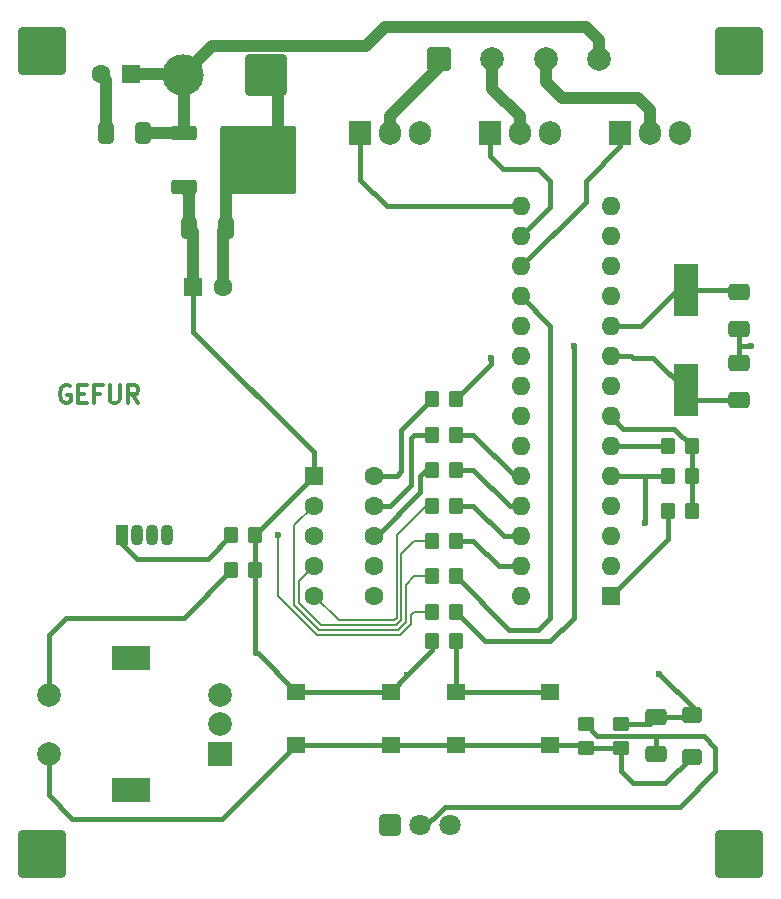
<source format=gbr>
%TF.GenerationSoftware,KiCad,Pcbnew,8.0.6*%
%TF.CreationDate,2025-02-24T13:58:07+01:00*%
%TF.ProjectId,DLA OCBEGO,444c4120-4f43-4424-9547-4f2e6b696361,rev?*%
%TF.SameCoordinates,Original*%
%TF.FileFunction,Copper,L1,Top*%
%TF.FilePolarity,Positive*%
%FSLAX46Y46*%
G04 Gerber Fmt 4.6, Leading zero omitted, Abs format (unit mm)*
G04 Created by KiCad (PCBNEW 8.0.6) date 2025-02-24 13:58:07*
%MOMM*%
%LPD*%
G01*
G04 APERTURE LIST*
G04 Aperture macros list*
%AMRoundRect*
0 Rectangle with rounded corners*
0 $1 Rounding radius*
0 $2 $3 $4 $5 $6 $7 $8 $9 X,Y pos of 4 corners*
0 Add a 4 corners polygon primitive as box body*
4,1,4,$2,$3,$4,$5,$6,$7,$8,$9,$2,$3,0*
0 Add four circle primitives for the rounded corners*
1,1,$1+$1,$2,$3*
1,1,$1+$1,$4,$5*
1,1,$1+$1,$6,$7*
1,1,$1+$1,$8,$9*
0 Add four rect primitives between the rounded corners*
20,1,$1+$1,$2,$3,$4,$5,0*
20,1,$1+$1,$4,$5,$6,$7,0*
20,1,$1+$1,$6,$7,$8,$9,0*
20,1,$1+$1,$8,$9,$2,$3,0*%
G04 Aperture macros list end*
%ADD10C,0.300000*%
%TA.AperFunction,NonConductor*%
%ADD11C,0.300000*%
%TD*%
%TA.AperFunction,ComponentPad*%
%ADD12RoundRect,0.250000X-1.750000X-1.750000X1.750000X-1.750000X1.750000X1.750000X-1.750000X1.750000X0*%
%TD*%
%TA.AperFunction,SMDPad,CuDef*%
%ADD13RoundRect,0.250000X-0.350000X-0.450000X0.350000X-0.450000X0.350000X0.450000X-0.350000X0.450000X0*%
%TD*%
%TA.AperFunction,ComponentPad*%
%ADD14R,1.905000X2.000000*%
%TD*%
%TA.AperFunction,ComponentPad*%
%ADD15O,1.905000X2.000000*%
%TD*%
%TA.AperFunction,ComponentPad*%
%ADD16R,2.000000X2.000000*%
%TD*%
%TA.AperFunction,ComponentPad*%
%ADD17C,2.000000*%
%TD*%
%TA.AperFunction,ComponentPad*%
%ADD18R,3.200000X2.000000*%
%TD*%
%TA.AperFunction,SMDPad,CuDef*%
%ADD19R,2.000000X4.500000*%
%TD*%
%TA.AperFunction,SMDPad,CuDef*%
%ADD20R,1.600000X1.400000*%
%TD*%
%TA.AperFunction,ComponentPad*%
%ADD21RoundRect,0.250000X-0.750000X-0.750000X0.750000X-0.750000X0.750000X0.750000X-0.750000X0.750000X0*%
%TD*%
%TA.AperFunction,SMDPad,CuDef*%
%ADD22RoundRect,0.250000X0.450000X-0.350000X0.450000X0.350000X-0.450000X0.350000X-0.450000X-0.350000X0*%
%TD*%
%TA.AperFunction,SMDPad,CuDef*%
%ADD23RoundRect,0.250000X0.350000X0.450000X-0.350000X0.450000X-0.350000X-0.450000X0.350000X-0.450000X0*%
%TD*%
%TA.AperFunction,ComponentPad*%
%ADD24R,1.600000X1.600000*%
%TD*%
%TA.AperFunction,ComponentPad*%
%ADD25C,1.600000*%
%TD*%
%TA.AperFunction,SMDPad,CuDef*%
%ADD26RoundRect,0.250000X-0.650000X0.412500X-0.650000X-0.412500X0.650000X-0.412500X0.650000X0.412500X0*%
%TD*%
%TA.AperFunction,ComponentPad*%
%ADD27O,1.600000X1.600000*%
%TD*%
%TA.AperFunction,SMDPad,CuDef*%
%ADD28RoundRect,0.250000X0.412500X0.650000X-0.412500X0.650000X-0.412500X-0.650000X0.412500X-0.650000X0*%
%TD*%
%TA.AperFunction,SMDPad,CuDef*%
%ADD29RoundRect,0.250000X-0.850000X-0.350000X0.850000X-0.350000X0.850000X0.350000X-0.850000X0.350000X0*%
%TD*%
%TA.AperFunction,SMDPad,CuDef*%
%ADD30RoundRect,0.250000X-1.275000X-1.125000X1.275000X-1.125000X1.275000X1.125000X-1.275000X1.125000X0*%
%TD*%
%TA.AperFunction,SMDPad,CuDef*%
%ADD31RoundRect,0.249997X-2.950003X-2.650003X2.950003X-2.650003X2.950003X2.650003X-2.950003X2.650003X0*%
%TD*%
%TA.AperFunction,SMDPad,CuDef*%
%ADD32RoundRect,0.250000X0.650000X-0.412500X0.650000X0.412500X-0.650000X0.412500X-0.650000X-0.412500X0*%
%TD*%
%TA.AperFunction,ComponentPad*%
%ADD33RoundRect,0.250200X-0.649800X-0.649800X0.649800X-0.649800X0.649800X0.649800X-0.649800X0.649800X0*%
%TD*%
%TA.AperFunction,ComponentPad*%
%ADD34C,1.800000*%
%TD*%
%TA.AperFunction,ComponentPad*%
%ADD35RoundRect,0.250002X1.499998X1.499998X-1.499998X1.499998X-1.499998X-1.499998X1.499998X-1.499998X0*%
%TD*%
%TA.AperFunction,ComponentPad*%
%ADD36C,3.500000*%
%TD*%
%TA.AperFunction,SMDPad,CuDef*%
%ADD37RoundRect,0.250000X-0.412500X-0.650000X0.412500X-0.650000X0.412500X0.650000X-0.412500X0.650000X0*%
%TD*%
%TA.AperFunction,SMDPad,CuDef*%
%ADD38RoundRect,0.250000X-0.600000X0.400000X-0.600000X-0.400000X0.600000X-0.400000X0.600000X0.400000X0*%
%TD*%
%TA.AperFunction,ComponentPad*%
%ADD39R,1.070000X1.800000*%
%TD*%
%TA.AperFunction,ComponentPad*%
%ADD40O,1.070000X1.800000*%
%TD*%
%TA.AperFunction,ViaPad*%
%ADD41C,0.600000*%
%TD*%
%TA.AperFunction,Conductor*%
%ADD42C,1.000000*%
%TD*%
%TA.AperFunction,Conductor*%
%ADD43C,0.400000*%
%TD*%
%TA.AperFunction,Conductor*%
%ADD44C,0.200000*%
%TD*%
G04 APERTURE END LIST*
D10*
D11*
X78340225Y-93372257D02*
X78197368Y-93300828D01*
X78197368Y-93300828D02*
X77983082Y-93300828D01*
X77983082Y-93300828D02*
X77768796Y-93372257D01*
X77768796Y-93372257D02*
X77625939Y-93515114D01*
X77625939Y-93515114D02*
X77554510Y-93657971D01*
X77554510Y-93657971D02*
X77483082Y-93943685D01*
X77483082Y-93943685D02*
X77483082Y-94157971D01*
X77483082Y-94157971D02*
X77554510Y-94443685D01*
X77554510Y-94443685D02*
X77625939Y-94586542D01*
X77625939Y-94586542D02*
X77768796Y-94729400D01*
X77768796Y-94729400D02*
X77983082Y-94800828D01*
X77983082Y-94800828D02*
X78125939Y-94800828D01*
X78125939Y-94800828D02*
X78340225Y-94729400D01*
X78340225Y-94729400D02*
X78411653Y-94657971D01*
X78411653Y-94657971D02*
X78411653Y-94157971D01*
X78411653Y-94157971D02*
X78125939Y-94157971D01*
X79054510Y-94015114D02*
X79554510Y-94015114D01*
X79768796Y-94800828D02*
X79054510Y-94800828D01*
X79054510Y-94800828D02*
X79054510Y-93300828D01*
X79054510Y-93300828D02*
X79768796Y-93300828D01*
X80911653Y-94015114D02*
X80411653Y-94015114D01*
X80411653Y-94800828D02*
X80411653Y-93300828D01*
X80411653Y-93300828D02*
X81125939Y-93300828D01*
X81697367Y-93300828D02*
X81697367Y-94515114D01*
X81697367Y-94515114D02*
X81768796Y-94657971D01*
X81768796Y-94657971D02*
X81840225Y-94729400D01*
X81840225Y-94729400D02*
X81983082Y-94800828D01*
X81983082Y-94800828D02*
X82268796Y-94800828D01*
X82268796Y-94800828D02*
X82411653Y-94729400D01*
X82411653Y-94729400D02*
X82483082Y-94657971D01*
X82483082Y-94657971D02*
X82554510Y-94515114D01*
X82554510Y-94515114D02*
X82554510Y-93300828D01*
X84125939Y-94800828D02*
X83625939Y-94086542D01*
X83268796Y-94800828D02*
X83268796Y-93300828D01*
X83268796Y-93300828D02*
X83840225Y-93300828D01*
X83840225Y-93300828D02*
X83983082Y-93372257D01*
X83983082Y-93372257D02*
X84054511Y-93443685D01*
X84054511Y-93443685D02*
X84125939Y-93586542D01*
X84125939Y-93586542D02*
X84125939Y-93800828D01*
X84125939Y-93800828D02*
X84054511Y-93943685D01*
X84054511Y-93943685D02*
X83983082Y-94015114D01*
X83983082Y-94015114D02*
X83840225Y-94086542D01*
X83840225Y-94086542D02*
X83268796Y-94086542D01*
D12*
%TO.P,J6,1,Pin_1*%
%TO.N,GND*%
X135000000Y-133000000D03*
%TD*%
%TO.P,J5,1,Pin_1*%
%TO.N,GND*%
X76000000Y-133000000D03*
%TD*%
%TO.P,J4,1,Pin_1*%
%TO.N,GND*%
X135000000Y-65000000D03*
%TD*%
%TO.P,J3,1,Pin_1*%
%TO.N,GND*%
X76000000Y-65000000D03*
%TD*%
D13*
%TO.P,R7,1*%
%TO.N,Net-(U4-C)*%
X109000000Y-100500000D03*
%TO.P,R7,2*%
%TO.N,Net-(U2-PC2)*%
X111000000Y-100500000D03*
%TD*%
D14*
%TO.P,Q1,1,G*%
%TO.N,Net-(Q1-G)*%
X102920000Y-72000000D03*
D15*
%TO.P,Q1,2,D*%
%TO.N,Net-(J2-Pin_1)*%
X105460000Y-72000000D03*
%TO.P,Q1,3,S*%
%TO.N,GND*%
X108000000Y-72000000D03*
%TD*%
D16*
%TO.P,SW1,A,A*%
%TO.N,Net-(U2-PD3)*%
X91030977Y-124500000D03*
D17*
%TO.P,SW1,B,B*%
%TO.N,Net-(U2-PD4)*%
X91030977Y-119500000D03*
%TO.P,SW1,C,C*%
%TO.N,GND*%
X91030977Y-122000000D03*
D18*
%TO.P,SW1,MP,MP*%
X83530977Y-127600000D03*
X83530977Y-116400000D03*
D17*
%TO.P,SW1,S1,S1*%
%TO.N,Net-(R1-Pad2)*%
X76530977Y-119500000D03*
%TO.P,SW1,S2,S2*%
%TO.N,Net-(D2-A)*%
X76530977Y-124500000D03*
%TD*%
D19*
%TO.P,Y1,1,1*%
%TO.N,Net-(U2-XTAL2{slash}PB7)*%
X130500000Y-85250000D03*
%TO.P,Y1,2,2*%
%TO.N,Net-(U2-XTAL1{slash}PB6)*%
X130500000Y-93750000D03*
%TD*%
D20*
%TO.P,SW3,1,1*%
%TO.N,Net-(R4-Pad2)*%
X111000000Y-119250000D03*
X119000000Y-119250000D03*
%TO.P,SW3,2,2*%
%TO.N,Net-(D2-A)*%
X111000000Y-123750000D03*
X119000000Y-123750000D03*
%TD*%
D21*
%TO.P,J2,1,Pin_1*%
%TO.N,Net-(J2-Pin_1)*%
X109620761Y-65681049D03*
D17*
%TO.P,J2,2,Pin_2*%
%TO.N,Net-(J2-Pin_2)*%
X114120761Y-65681049D03*
%TO.P,J2,3,Pin_3*%
%TO.N,Net-(J2-Pin_3)*%
X118620761Y-65681049D03*
%TO.P,J2,4,Pin_4*%
%TO.N,+12V*%
X123120761Y-65681049D03*
%TD*%
D13*
%TO.P,R10,1*%
%TO.N,Net-(U4-F)*%
X109000000Y-109500000D03*
%TO.P,R10,2*%
%TO.N,Net-(U2-PB4)*%
X111000000Y-109500000D03*
%TD*%
D22*
%TO.P,R13,1*%
%TO.N,Net-(D2-A)*%
X125000000Y-124000000D03*
%TO.P,R13,2*%
%TO.N,Net-(D2-K)*%
X125000000Y-122000000D03*
%TD*%
D23*
%TO.P,R18,1*%
%TO.N,+5V*%
X131000000Y-101000000D03*
%TO.P,R18,2*%
%TO.N,Net-(U2-PD3)*%
X129000000Y-101000000D03*
%TD*%
D22*
%TO.P,R2,1*%
%TO.N,Net-(D2-A)*%
X122000000Y-124000000D03*
%TO.P,R2,2*%
%TO.N,GND*%
X122000000Y-122000000D03*
%TD*%
D24*
%TO.P,C7,1*%
%TO.N,+5V*%
X88794888Y-85000000D03*
D25*
%TO.P,C7,2*%
%TO.N,GND*%
X91294888Y-85000000D03*
%TD*%
D26*
%TO.P,C6,1*%
%TO.N,Net-(D2-K)*%
X128000000Y-121437500D03*
%TO.P,C6,2*%
%TO.N,GND*%
X128000000Y-124562500D03*
%TD*%
D13*
%TO.P,R8,1*%
%TO.N,Net-(U4-D)*%
X109000000Y-103500000D03*
%TO.P,R8,2*%
%TO.N,Net-(U2-PC3)*%
X111000000Y-103500000D03*
%TD*%
D24*
%TO.P,U2,1,~{RESET}/PC6*%
%TO.N,Net-(U2-~{RESET}{slash}PC6)*%
X124120000Y-111200000D03*
D27*
%TO.P,U2,2,PD0*%
%TO.N,unconnected-(U2-PD0-Pad2)*%
X124120000Y-108660000D03*
%TO.P,U2,3,PD1*%
%TO.N,unconnected-(U2-PD1-Pad3)*%
X124120000Y-106120000D03*
%TO.P,U2,4,PD2*%
%TO.N,unconnected-(U2-PD2-Pad4)*%
X124120000Y-103580000D03*
%TO.P,U2,5,PD3*%
%TO.N,Net-(U2-PD3)*%
X124120000Y-101040000D03*
%TO.P,U2,6,PD4*%
%TO.N,Net-(U2-PD4)*%
X124120000Y-98500000D03*
%TO.P,U2,7,VCC*%
%TO.N,+5V*%
X124120000Y-95960000D03*
%TO.P,U2,8,GND*%
%TO.N,GND*%
X124120000Y-93420000D03*
%TO.P,U2,9,XTAL1/PB6*%
%TO.N,Net-(U2-XTAL1{slash}PB6)*%
X124120000Y-90880000D03*
%TO.P,U2,10,XTAL2/PB7*%
%TO.N,Net-(U2-XTAL2{slash}PB7)*%
X124120000Y-88340000D03*
%TO.P,U2,11,PD5*%
%TO.N,Net-(D1-RK)*%
X124120000Y-85800000D03*
%TO.P,U2,12,PD6*%
%TO.N,Net-(D1-GK)*%
X124120000Y-83260000D03*
%TO.P,U2,13,PD7*%
%TO.N,Net-(D1-BK)*%
X124120000Y-80720000D03*
%TO.P,U2,14,PB0*%
%TO.N,Net-(U2-PB0)*%
X124120000Y-78180000D03*
%TO.P,U2,15,PB1*%
%TO.N,Net-(Q1-G)*%
X116500000Y-78180000D03*
%TO.P,U2,16,PB2*%
%TO.N,Net-(Q2-G)*%
X116500000Y-80720000D03*
%TO.P,U2,17,PB3*%
%TO.N,Net-(Q3-G)*%
X116500000Y-83260000D03*
%TO.P,U2,18,PB4*%
%TO.N,Net-(U2-PB4)*%
X116500000Y-85800000D03*
%TO.P,U2,19,PB5*%
%TO.N,Net-(U2-PB5)*%
X116500000Y-88340000D03*
%TO.P,U2,20,AVCC*%
%TO.N,+5V*%
X116500000Y-90880000D03*
%TO.P,U2,21,AREF*%
X116500000Y-93420000D03*
%TO.P,U2,22,GND*%
%TO.N,GND*%
X116500000Y-95960000D03*
%TO.P,U2,23,PC0*%
%TO.N,Net-(D2-K)*%
X116500000Y-98500000D03*
%TO.P,U2,24,PC1*%
%TO.N,Net-(U2-PC1)*%
X116500000Y-101040000D03*
%TO.P,U2,25,PC2*%
%TO.N,Net-(U2-PC2)*%
X116500000Y-103580000D03*
%TO.P,U2,26,PC3*%
%TO.N,Net-(U2-PC3)*%
X116500000Y-106120000D03*
%TO.P,U2,27,PC4*%
%TO.N,Net-(U2-PC4)*%
X116500000Y-108660000D03*
%TO.P,U2,28,PC5*%
%TO.N,Net-(U2-PC5)*%
X116500000Y-111200000D03*
%TD*%
D23*
%TO.P,R1,1*%
%TO.N,+5V*%
X94000000Y-109000000D03*
%TO.P,R1,2*%
%TO.N,Net-(R1-Pad2)*%
X92000000Y-109000000D03*
%TD*%
D14*
%TO.P,Q3,1,G*%
%TO.N,Net-(Q3-G)*%
X124920000Y-72000000D03*
D15*
%TO.P,Q3,2,D*%
%TO.N,Net-(J2-Pin_3)*%
X127460000Y-72000000D03*
%TO.P,Q3,3,S*%
%TO.N,GND*%
X130000000Y-72000000D03*
%TD*%
D13*
%TO.P,R12,1*%
%TO.N,Net-(D1-A)*%
X92000000Y-106000000D03*
%TO.P,R12,2*%
%TO.N,+5V*%
X94000000Y-106000000D03*
%TD*%
%TO.P,R11,1*%
%TO.N,Net-(U4-G)*%
X109000000Y-112500000D03*
%TO.P,R11,2*%
%TO.N,Net-(U2-PB5)*%
X111000000Y-112500000D03*
%TD*%
D28*
%TO.P,C1,1*%
%TO.N,+12V*%
X84562500Y-72000000D03*
%TO.P,C1,2*%
%TO.N,GND*%
X81437500Y-72000000D03*
%TD*%
D13*
%TO.P,R6,1*%
%TO.N,Net-(U4-B)*%
X109000000Y-97500000D03*
%TO.P,R6,2*%
%TO.N,Net-(U2-PC1)*%
X111000000Y-97500000D03*
%TD*%
%TO.P,R4,1*%
%TO.N,+5V*%
X109000000Y-115000000D03*
%TO.P,R4,2*%
%TO.N,Net-(R4-Pad2)*%
X111000000Y-115000000D03*
%TD*%
D29*
%TO.P,U1,1,VI*%
%TO.N,+12V*%
X88000000Y-72000000D03*
D30*
%TO.P,U1,2,GND*%
%TO.N,GND*%
X92625000Y-72755000D03*
X92625000Y-75805000D03*
D31*
X94300000Y-74280000D03*
D30*
X95975000Y-72755000D03*
X95975000Y-75805000D03*
D29*
%TO.P,U1,3,VO*%
%TO.N,+5V*%
X88000000Y-76560000D03*
%TD*%
D13*
%TO.P,R9,1*%
%TO.N,Net-(U4-E)*%
X109000000Y-106500000D03*
%TO.P,R9,2*%
%TO.N,Net-(U2-PC4)*%
X111000000Y-106500000D03*
%TD*%
D24*
%TO.P,C3,1*%
%TO.N,+12V*%
X83500000Y-67000000D03*
D25*
%TO.P,C3,2*%
%TO.N,GND*%
X81000000Y-67000000D03*
%TD*%
D32*
%TO.P,C5,1*%
%TO.N,GND*%
X135000000Y-88562500D03*
%TO.P,C5,2*%
%TO.N,Net-(U2-XTAL2{slash}PB7)*%
X135000000Y-85437500D03*
%TD*%
D33*
%TO.P,U5,1,OUT*%
%TO.N,Net-(U2-PC5)*%
X105460000Y-130575000D03*
D34*
%TO.P,U5,2,GND*%
%TO.N,GND*%
X108000000Y-130575000D03*
%TO.P,U5,3,Vs*%
%TO.N,+5V*%
X110540000Y-130575000D03*
%TD*%
D13*
%TO.P,R17,1*%
%TO.N,Net-(U2-PD4)*%
X129000000Y-98471556D03*
%TO.P,R17,2*%
%TO.N,+5V*%
X131000000Y-98471556D03*
%TD*%
D35*
%TO.P,J1,1,Pin_1*%
%TO.N,GND*%
X94960000Y-67055000D03*
D36*
%TO.P,J1,2,Pin_2*%
%TO.N,+12V*%
X87960000Y-67055000D03*
%TD*%
D37*
%TO.P,C2,1*%
%TO.N,+5V*%
X88437500Y-80000000D03*
%TO.P,C2,2*%
%TO.N,GND*%
X91562500Y-80000000D03*
%TD*%
D32*
%TO.P,C4,1*%
%TO.N,Net-(U2-XTAL1{slash}PB6)*%
X135000000Y-94562500D03*
%TO.P,C4,2*%
%TO.N,GND*%
X135000000Y-91437500D03*
%TD*%
D13*
%TO.P,R5,1*%
%TO.N,Net-(U4-A)*%
X109000000Y-94500000D03*
%TO.P,R5,2*%
%TO.N,Net-(U2-PB0)*%
X111000000Y-94500000D03*
%TD*%
D23*
%TO.P,R3,1*%
%TO.N,+5V*%
X131000000Y-104000000D03*
%TO.P,R3,2*%
%TO.N,Net-(U2-~{RESET}{slash}PC6)*%
X129000000Y-104000000D03*
%TD*%
D24*
%TO.P,U4,1,CA*%
%TO.N,+5V*%
X99000000Y-100982500D03*
D25*
%TO.P,U4,2,F*%
%TO.N,Net-(U4-F)*%
X99000000Y-103522500D03*
%TO.P,U4,3,G*%
%TO.N,Net-(U4-G)*%
X99000000Y-106062500D03*
%TO.P,U4,4,E*%
%TO.N,Net-(U4-E)*%
X99000000Y-108602500D03*
%TO.P,U4,5,D*%
%TO.N,Net-(U4-D)*%
X99000000Y-111142500D03*
%TO.P,U4,6,CA*%
%TO.N,+5V*%
X104080000Y-111142500D03*
%TO.P,U4,7,DP*%
%TO.N,GND*%
X104080000Y-108602500D03*
%TO.P,U4,8,C*%
%TO.N,Net-(U4-C)*%
X104080000Y-106062500D03*
%TO.P,U4,9,B*%
%TO.N,Net-(U4-B)*%
X104080000Y-103522500D03*
%TO.P,U4,10,A*%
%TO.N,Net-(U4-A)*%
X104080000Y-100982500D03*
%TD*%
D38*
%TO.P,D2,1,K*%
%TO.N,Net-(D2-K)*%
X131000000Y-121250000D03*
%TO.P,D2,2,A*%
%TO.N,Net-(D2-A)*%
X131000000Y-124750000D03*
%TD*%
D39*
%TO.P,D1,1,A*%
%TO.N,Net-(D1-A)*%
X82730000Y-106000000D03*
D40*
%TO.P,D1,2,RK*%
%TO.N,Net-(D1-RK)*%
X84000000Y-106000000D03*
%TO.P,D1,3,GK*%
%TO.N,Net-(D1-GK)*%
X85270000Y-106000000D03*
%TO.P,D1,4,BK*%
%TO.N,Net-(D1-BK)*%
X86540000Y-106000000D03*
%TD*%
D20*
%TO.P,SW2,1,1*%
%TO.N,+5V*%
X97500000Y-119250000D03*
X105500000Y-119250000D03*
%TO.P,SW2,2,2*%
%TO.N,Net-(D2-A)*%
X97500000Y-123750000D03*
X105500000Y-123750000D03*
%TD*%
D14*
%TO.P,Q2,1,G*%
%TO.N,Net-(Q2-G)*%
X113920000Y-72000000D03*
D15*
%TO.P,Q2,2,D*%
%TO.N,Net-(J2-Pin_2)*%
X116460000Y-72000000D03*
%TO.P,Q2,3,S*%
%TO.N,GND*%
X119000000Y-72000000D03*
%TD*%
D41*
%TO.N,GND*%
X136000000Y-90000000D03*
%TO.N,+5V*%
X106875000Y-117875000D03*
%TO.N,Net-(D2-K)*%
X128260000Y-117740000D03*
%TO.N,Net-(U2-PB0)*%
X114000000Y-91000000D03*
%TO.N,Net-(U2-PB5)*%
X121000000Y-90000000D03*
%TO.N,Net-(U4-G)*%
X96000000Y-106000000D03*
%TO.N,Net-(U2-PD3)*%
X127000000Y-105000000D03*
%TD*%
D42*
%TO.N,GND*%
X91562500Y-80000000D02*
X91562500Y-76867500D01*
X95975000Y-72755000D02*
X95975000Y-68070000D01*
D43*
X130000000Y-129000000D02*
X110075000Y-129000000D01*
X122000000Y-122000000D02*
X123000000Y-123000000D01*
X135000000Y-90000000D02*
X136000000Y-90000000D01*
D42*
X91294888Y-85000000D02*
X91294888Y-80267612D01*
D43*
X133000000Y-124000000D02*
X133000000Y-126000000D01*
D42*
X91294888Y-80267612D02*
X91562500Y-80000000D01*
D43*
X128000000Y-123000000D02*
X132000000Y-123000000D01*
X132000000Y-123000000D02*
X133000000Y-124000000D01*
D42*
X81437500Y-72000000D02*
X81437500Y-67437500D01*
X92625000Y-72755000D02*
X95975000Y-72755000D01*
D43*
X135000000Y-91437500D02*
X135000000Y-90000000D01*
D42*
X92625000Y-75805000D02*
X95975000Y-75805000D01*
D43*
X128000000Y-124562500D02*
X128000000Y-123000000D01*
D42*
X91562500Y-76867500D02*
X92625000Y-75805000D01*
D43*
X133000000Y-126000000D02*
X130000000Y-129000000D01*
X110075000Y-129000000D02*
X108000000Y-131075000D01*
D42*
X81437500Y-67437500D02*
X81000000Y-67000000D01*
X95975000Y-75805000D02*
X95975000Y-72755000D01*
D43*
X123000000Y-123000000D02*
X128000000Y-123000000D01*
X135000000Y-90000000D02*
X135000000Y-88562500D01*
D42*
X95975000Y-68070000D02*
X94960000Y-67055000D01*
X92625000Y-72755000D02*
X92625000Y-75805000D01*
%TO.N,+12V*%
X87960000Y-67055000D02*
X90410000Y-64605000D01*
X83500000Y-67000000D02*
X87905000Y-67000000D01*
X84562500Y-72000000D02*
X88000000Y-72000000D01*
X105000000Y-63000000D02*
X122000000Y-63000000D01*
X122000000Y-63000000D02*
X123120761Y-64120761D01*
X87905000Y-67000000D02*
X87960000Y-67055000D01*
X88000000Y-67095000D02*
X87960000Y-67055000D01*
X103395000Y-64605000D02*
X105000000Y-63000000D01*
X123120761Y-64120761D02*
X123120761Y-65681049D01*
X88000000Y-72000000D02*
X88000000Y-67095000D01*
X90410000Y-64605000D02*
X103395000Y-64605000D01*
%TO.N,+5V*%
X88437500Y-76997500D02*
X88000000Y-76560000D01*
D43*
X105500000Y-119250000D02*
X106875000Y-117875000D01*
X88794888Y-88794888D02*
X99000000Y-99000000D01*
X94000000Y-106000000D02*
X94000000Y-109000000D01*
D42*
X88794888Y-85000000D02*
X88794888Y-80357388D01*
D43*
X88794888Y-85000000D02*
X88794888Y-88794888D01*
D42*
X88794888Y-80357388D02*
X88437500Y-80000000D01*
D43*
X131000000Y-101000000D02*
X131000000Y-104000000D01*
X131000000Y-98471556D02*
X131000000Y-101000000D01*
X97500000Y-119250000D02*
X94250000Y-116000000D01*
X94000000Y-116000000D02*
X94000000Y-109000000D01*
X129528444Y-97000000D02*
X125160000Y-97000000D01*
D42*
X88437500Y-80000000D02*
X88437500Y-76997500D01*
D43*
X99000000Y-99000000D02*
X99000000Y-100982500D01*
X94000000Y-106000000D02*
X99000000Y-101000000D01*
X97500000Y-119250000D02*
X105500000Y-119250000D01*
X131000000Y-98471556D02*
X129528444Y-97000000D01*
X94250000Y-116000000D02*
X94000000Y-116000000D01*
X109000000Y-115750000D02*
X109000000Y-115000000D01*
X106875000Y-117875000D02*
X109000000Y-115750000D01*
X99000000Y-101000000D02*
X99000000Y-100982500D01*
X125160000Y-97000000D02*
X124120000Y-95960000D01*
%TO.N,Net-(U2-XTAL1{slash}PB6)*%
X130500000Y-93750000D02*
X127750000Y-91000000D01*
X131312500Y-94562500D02*
X130500000Y-93750000D01*
X125880000Y-90880000D02*
X124120000Y-90880000D01*
X127750000Y-91000000D02*
X126000000Y-91000000D01*
X126000000Y-91000000D02*
X125880000Y-90880000D01*
X135000000Y-94562500D02*
X131312500Y-94562500D01*
%TO.N,Net-(U2-XTAL2{slash}PB7)*%
X135000000Y-85437500D02*
X134810607Y-85248107D01*
X126660000Y-88340000D02*
X124120000Y-88340000D01*
X130500000Y-85250000D02*
X129750000Y-85250000D01*
X129750000Y-85250000D02*
X126660000Y-88340000D01*
X130501893Y-85248107D02*
X130500000Y-85250000D01*
X134810607Y-85248107D02*
X130501893Y-85248107D01*
%TO.N,Net-(D1-A)*%
X84000000Y-108000000D02*
X82730000Y-106730000D01*
X90000000Y-108000000D02*
X84000000Y-108000000D01*
X92000000Y-106000000D02*
X90000000Y-108000000D01*
X82730000Y-106730000D02*
X82730000Y-106000000D01*
%TO.N,Net-(Q1-G)*%
X102920000Y-72000000D02*
X102920000Y-75920000D01*
X105180000Y-78180000D02*
X116500000Y-78180000D01*
X102920000Y-75920000D02*
X105180000Y-78180000D01*
D42*
%TO.N,Net-(J2-Pin_3)*%
X127460000Y-70000000D02*
X126460000Y-69000000D01*
X126460000Y-69000000D02*
X120000000Y-69000000D01*
X120000000Y-69000000D02*
X118620761Y-67620761D01*
X127460000Y-72000000D02*
X127460000Y-70000000D01*
X118620761Y-67620761D02*
X118620761Y-65681049D01*
D43*
%TO.N,Net-(Q2-G)*%
X119000000Y-78220000D02*
X116500000Y-80720000D01*
X118000000Y-75000000D02*
X119000000Y-76000000D01*
X119000000Y-76000000D02*
X119000000Y-78220000D01*
X113920000Y-72000000D02*
X113920000Y-73920000D01*
X113920000Y-73920000D02*
X115000000Y-75000000D01*
X115000000Y-75000000D02*
X118000000Y-75000000D01*
D42*
%TO.N,Net-(J2-Pin_2)*%
X114120761Y-68199086D02*
X114120761Y-65681049D01*
X116460000Y-70538325D02*
X114120761Y-68199086D01*
X116460000Y-72000000D02*
X116460000Y-70538325D01*
D43*
%TO.N,Net-(Q3-G)*%
X124920000Y-72000000D02*
X124920000Y-73080000D01*
X124920000Y-73080000D02*
X122000000Y-76000000D01*
X122000000Y-76000000D02*
X122000000Y-77760000D01*
X122000000Y-77760000D02*
X116500000Y-83260000D01*
D42*
%TO.N,Net-(J2-Pin_1)*%
X109620761Y-66379239D02*
X109620761Y-65681049D01*
X105460000Y-70540000D02*
X109620761Y-66379239D01*
X105460000Y-72000000D02*
X105460000Y-70540000D01*
D43*
%TO.N,Net-(D2-K)*%
X125000000Y-122000000D02*
X127437500Y-122000000D01*
X127437500Y-122000000D02*
X128000000Y-121437500D01*
X128000000Y-121437500D02*
X130812500Y-121437500D01*
X131250000Y-120730000D02*
X128260000Y-117740000D01*
X130812500Y-121437500D02*
X131000000Y-121250000D01*
X131250000Y-121000000D02*
X131250000Y-120730000D01*
%TO.N,Net-(D2-A)*%
X111000000Y-123750000D02*
X119000000Y-123750000D01*
X76530977Y-124500000D02*
X76530977Y-128000000D01*
X105500000Y-123750000D02*
X111000000Y-123750000D01*
X128750000Y-127000000D02*
X131000000Y-124750000D01*
X97500000Y-123750000D02*
X105500000Y-123750000D01*
X125000000Y-126000000D02*
X126000000Y-127000000D01*
X125000000Y-124000000D02*
X125000000Y-126000000D01*
X78530977Y-130000000D02*
X91250000Y-130000000D01*
X122000000Y-124000000D02*
X125000000Y-124000000D01*
X76530977Y-128000000D02*
X78530977Y-130000000D01*
X121750000Y-123750000D02*
X122000000Y-124000000D01*
X91250000Y-130000000D02*
X97500000Y-123750000D01*
X126000000Y-127000000D02*
X128750000Y-127000000D01*
X119000000Y-123750000D02*
X121750000Y-123750000D01*
%TO.N,Net-(U2-~{RESET}{slash}PC6)*%
X124120000Y-111200000D02*
X129000000Y-106320000D01*
X129000000Y-106320000D02*
X129000000Y-104000000D01*
%TO.N,Net-(R1-Pad2)*%
X78000000Y-113000000D02*
X88000000Y-113000000D01*
X76530977Y-114469023D02*
X78000000Y-113000000D01*
X76530977Y-119500000D02*
X76530977Y-114469023D01*
X88000000Y-113000000D02*
X92000000Y-109000000D01*
%TO.N,Net-(U2-PB0)*%
X114000000Y-91500000D02*
X114000000Y-91000000D01*
X111000000Y-94500000D02*
X114000000Y-91500000D01*
%TO.N,Net-(R4-Pad2)*%
X111000000Y-115000000D02*
X111000000Y-119250000D01*
X111000000Y-119250000D02*
X119000000Y-119250000D01*
%TO.N,Net-(U2-PC1)*%
X116040000Y-101040000D02*
X116500000Y-101040000D01*
X111000000Y-97500000D02*
X112500000Y-97500000D01*
X112500000Y-97500000D02*
X116040000Y-101040000D01*
%TO.N,Net-(U2-PC2)*%
X115580000Y-103580000D02*
X116500000Y-103580000D01*
X112500000Y-100500000D02*
X115580000Y-103580000D01*
X111000000Y-100500000D02*
X112500000Y-100500000D01*
%TO.N,Net-(U4-A)*%
X106400000Y-100600000D02*
X106400000Y-97100000D01*
X106400000Y-97100000D02*
X109000000Y-94500000D01*
X106017500Y-100982500D02*
X106400000Y-100600000D01*
X104080000Y-100982500D02*
X106017500Y-100982500D01*
%TO.N,Net-(U2-PC3)*%
X111000000Y-103500000D02*
X112500000Y-103500000D01*
X112500000Y-103500000D02*
X115120000Y-106120000D01*
X115120000Y-106120000D02*
X116500000Y-106120000D01*
%TO.N,Net-(U4-B)*%
X107198422Y-101801578D02*
X107198422Y-97801578D01*
X107198422Y-97801578D02*
X107500000Y-97500000D01*
X107500000Y-97500000D02*
X109000000Y-97500000D01*
X105477500Y-103522500D02*
X107198422Y-101801578D01*
X104080000Y-103522500D02*
X105477500Y-103522500D01*
%TO.N,Net-(U4-C)*%
X108000000Y-102364590D02*
X108000000Y-101000000D01*
X104302090Y-106062500D02*
X108000000Y-102364590D01*
X104080000Y-106062500D02*
X104302090Y-106062500D01*
X108000000Y-101000000D02*
X108500000Y-100500000D01*
X108500000Y-100500000D02*
X109000000Y-100500000D01*
%TO.N,Net-(U2-PC4)*%
X112500000Y-106500000D02*
X114660000Y-108660000D01*
X111000000Y-106500000D02*
X112500000Y-106500000D01*
X114660000Y-108660000D02*
X116500000Y-108660000D01*
%TO.N,Net-(U2-PB4)*%
X118000000Y-114000000D02*
X119000000Y-113000000D01*
X115500000Y-114000000D02*
X118000000Y-114000000D01*
X111000000Y-109500000D02*
X115500000Y-114000000D01*
X119000000Y-113000000D02*
X119000000Y-88300000D01*
X119000000Y-88300000D02*
X116500000Y-85800000D01*
D44*
%TO.N,Net-(U4-D)*%
X105767541Y-113232459D02*
X101089959Y-113232459D01*
X108500000Y-103500000D02*
X106000000Y-106000000D01*
X106000000Y-113000000D02*
X105767541Y-113232459D01*
X101089959Y-113232459D02*
X99000000Y-111142500D01*
X109000000Y-103500000D02*
X108500000Y-103500000D01*
X106000000Y-106000000D02*
X106000000Y-113000000D01*
%TO.N,Net-(U4-E)*%
X109000000Y-106500000D02*
X107500000Y-106500000D01*
X97753553Y-111753553D02*
X97753553Y-109848947D01*
X107500000Y-106500000D02*
X106400000Y-107600000D01*
X97753553Y-109848947D02*
X99000000Y-108602500D01*
X106400000Y-113165686D02*
X105933227Y-113632459D01*
X105933227Y-113632459D02*
X99632459Y-113632459D01*
X106400000Y-107600000D02*
X106400000Y-113165686D01*
X99632459Y-113632459D02*
X97753553Y-111753553D01*
D43*
%TO.N,Net-(U2-PB5)*%
X113500000Y-115000000D02*
X119000000Y-115000000D01*
X111000000Y-112500000D02*
X113500000Y-115000000D01*
X119000000Y-115000000D02*
X121000000Y-113000000D01*
X121000000Y-113000000D02*
X121000000Y-90000000D01*
D44*
%TO.N,Net-(U4-F)*%
X99466773Y-114032459D02*
X97353553Y-111919239D01*
X97353553Y-111919239D02*
X97353553Y-105168947D01*
X106098913Y-114032459D02*
X99466773Y-114032459D01*
X109000000Y-109500000D02*
X107500000Y-109500000D01*
X106800000Y-110200000D02*
X106800000Y-113331372D01*
X107500000Y-109500000D02*
X106800000Y-110200000D01*
X106800000Y-113331372D02*
X106098913Y-114032459D01*
X97353553Y-105168947D02*
X99000000Y-103522500D01*
%TO.N,Net-(U4-G)*%
X106264599Y-114432459D02*
X99301087Y-114432459D01*
X96000000Y-111131372D02*
X96000000Y-106000000D01*
X107500000Y-112500000D02*
X107200000Y-112800000D01*
X109000000Y-112500000D02*
X107500000Y-112500000D01*
X107200000Y-113497058D02*
X106264599Y-114432459D01*
X99301087Y-114432459D02*
X96000000Y-111131372D01*
X107200000Y-112800000D02*
X107200000Y-113497058D01*
D43*
%TO.N,Net-(U2-PD3)*%
X129000000Y-101000000D02*
X127000000Y-101000000D01*
X127000000Y-101000000D02*
X124160000Y-101000000D01*
X124160000Y-101000000D02*
X124120000Y-101040000D01*
X127000000Y-101000000D02*
X127000000Y-105000000D01*
%TO.N,Net-(U2-PD4)*%
X124148444Y-98471556D02*
X124120000Y-98500000D01*
X129000000Y-98471556D02*
X124148444Y-98471556D01*
%TD*%
M02*

</source>
